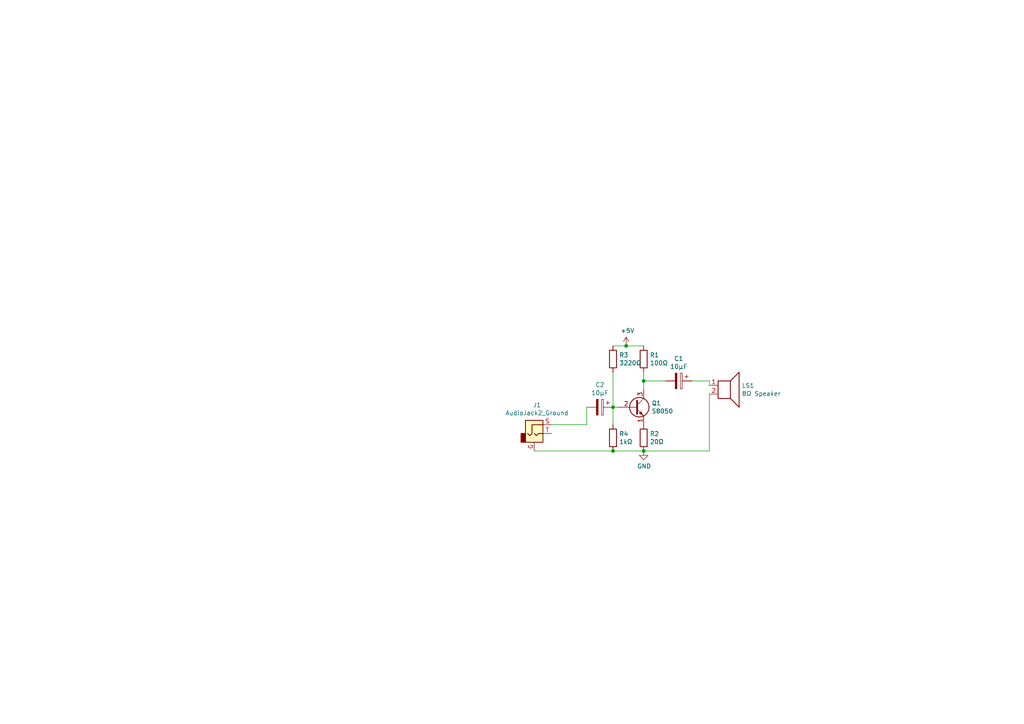
<source format=kicad_sch>
(kicad_sch (version 20211123) (generator eeschema)
  (paper "A4")
  (lib_symbols
    (symbol "Connector:AudioJack2_Ground"
      (property "Reference" "J" (at 0 8.89 0))
      (property "Value" "AudioJack2_Ground" (at 0 6.35 0))
      (symbol "AudioJack2_Ground_0_1"
        (rectangle (start -2.54 -2.54) (end -3.81 0) (stroke (width 0.254)) (fill (type outline)))
        (polyline (pts (xy 0 0) (xy 0.635 -0.635) (xy 1.27 0) (xy 2.54 0)) (stroke (width 0.254)))
        (polyline (pts (xy 2.54 2.54) (xy -0.635 2.54) (xy -0.635 0) (xy -1.27 -0.635) (xy -1.905 0)) (stroke (width 0.254)))
        (rectangle (start 2.54 3.81) (end -2.54 -2.54) (stroke (width 0.254)) (fill (type background)))
      )
      (symbol "AudioJack2_Ground_1_1"
        (pin passive line (at 0 -5.08 90) (length 2.54) (name "~") (number "G"))
        (pin passive line (at 5.08 2.54 180) (length 2.54) (name "~") (number "S"))
        (pin passive line (at 5.08 0 180) (length 2.54) (name "~") (number "T"))
      )
    )
    (symbol "Device:CP" (pin_numbers hide) (pin_names (offset 0.254))
      (property "Reference" "C" (at 0.635 2.54 0))
      (property "Value" "Device_CP" (at 0.635 -2.54 0))
      (symbol "CP_0_1"
        (rectangle (start -2.286 0.508) (end 2.286 1.016))
        (polyline (pts (xy -1.778 2.286) (xy -0.762 2.286)))
        (polyline (pts (xy -1.27 2.794) (xy -1.27 1.778)))
        (rectangle (start 2.286 -0.508) (end -2.286 -1.016) (fill (type outline)))
      )
      (symbol "CP_1_1"
        (pin passive line (at 0 3.81 270) (length 2.794) (name "~") (number "1"))
        (pin passive line (at 0 -3.81 90) (length 2.794) (name "~") (number "2"))
      )
    )
    (symbol "Device:R" (pin_numbers hide) (pin_names (offset 0))
      (property "Reference" "R" (at 2.032 0 90))
      (property "Value" "R" (at 0 0 90))
      (symbol "R_0_1"
        (rectangle (start -1.016 -2.54) (end 1.016 2.54) (stroke (width 0.254)))
      )
      (symbol "R_1_1"
        (pin passive line (at 0 3.81 270) (length 1.27) (name "~") (number "1"))
        (pin passive line (at 0 -3.81 90) (length 1.27) (name "~") (number "2"))
      )
    )
    (symbol "Device:Speaker" (pin_names (offset 0) hide)
      (property "Reference" "LS" (at 1.27 5.715 0))
      (property "Value" "Speaker" (at 1.27 3.81 0))
      (symbol "Speaker_0_0"
        (rectangle (start -2.54 1.27) (end 1.016 -3.81) (stroke (width 0.254)))
        (polyline (pts (xy 1.016 1.27) (xy 3.556 3.81) (xy 3.556 -6.35) (xy 1.016 -3.81)) (stroke (width 0.254)))
      )
      (symbol "Speaker_1_1"
        (pin input line (at -5.08 0 0) (length 2.54) (name "1") (number "1"))
        (pin input line (at -5.08 -2.54 0) (length 2.54) (name "2") (number "2"))
      )
    )
    (symbol "Transistor_BJT:S8050" (pin_names (offset 0) hide)
      (property "Reference" "Q" (at 5.08 1.905 0))
      (property "Value" "S8050" (at 5.08 0 0))
      (symbol "S8050_0_1"
        (polyline (pts (xy 0 0) (xy 0.635 0)))
        (polyline (pts (xy 0.635 0.635) (xy 2.54 2.54)))
        (polyline (pts (xy 0.635 -0.635) (xy 2.54 -2.54) (xy 2.54 -2.54)))
        (polyline (pts (xy 0.635 1.905) (xy 0.635 -1.905) (xy 0.635 -1.905)) (stroke (width 0.508)))
        (polyline (pts (xy 1.27 -1.778) (xy 1.778 -1.27) (xy 2.286 -2.286) (xy 1.27 -1.778) (xy 1.27 -1.778)) (fill (type outline)))
        (circle (center 1.27 0) (radius 2.8194) (stroke (width 0.254)))
      )
      (symbol "S8050_1_1"
        (pin passive line (at 2.54 -5.08 90) (length 2.54) (name "E") (number "1"))
        (pin input line (at -5.08 0 0) (length 5.08) (name "B") (number "2"))
        (pin passive line (at 2.54 5.08 270) (length 2.54) (name "C") (number "3"))
      )
    )
    (symbol "power:+5V" (power) (pin_names (offset 0))
      (property "Value" "+5V" (at 0 3.556 0))
      (symbol "+5V_0_1"
        (polyline (pts (xy -0.762 1.27) (xy 0 2.54)))
        (polyline (pts (xy 0 0) (xy 0 2.54)))
        (polyline (pts (xy 0 2.54) (xy 0.762 1.27)))
      )
      (symbol "+5V_1_1"
        (pin power_in line (at 0 0 90) (length 0) hide (name "+5V") (number "1"))
      )
    )
    (symbol "power:GND" (power) (pin_names (offset 0))
      (property "Value" "GND" (at 0 -3.81 0))
      (symbol "GND_0_1"
        (polyline (pts (xy 0 0) (xy 0 -1.27) (xy 1.27 -1.27) (xy 0 -2.54) (xy -1.27 -1.27) (xy 0 -1.27)))
      )
      (symbol "GND_1_1"
        (pin power_in line (at 0 0 270) (length 0) hide (name "GND") (number "1"))
      )
    )
  )
  (junction (at 186.69 130.81))
  (junction (at 181.61 100.33))
  (junction (at 177.8 118.11))
  (junction (at 186.69 110.49))
  (junction (at 177.8 130.81))
  (wire (pts (xy 205.74 110.49) (xy 205.74 111.76)))
  (wire (pts (xy 186.69 110.49) (xy 186.69 113.03)))
  (wire (pts (xy 186.69 107.95) (xy 186.69 110.49)))
  (wire (pts (xy 177.8 130.81) (xy 154.94 130.81)))
  (wire (pts (xy 177.8 118.11) (xy 179.07 118.11)))
  (wire (pts (xy 186.69 130.81) (xy 205.74 130.81)))
  (wire (pts (xy 205.74 130.81) (xy 205.74 114.3)))
  (wire (pts (xy 177.8 107.95) (xy 177.8 118.11)))
  (wire (pts (xy 177.8 118.11) (xy 177.8 123.19)))
  (wire (pts (xy 186.69 100.33) (xy 181.61 100.33)))
  (wire (pts (xy 200.66 110.49) (xy 205.74 110.49)))
  (wire (pts (xy 181.61 100.33) (xy 177.8 100.33)))
  (wire (pts (xy 193.04 110.49) (xy 186.69 110.49)))
  (wire (pts (xy 186.69 130.81) (xy 177.8 130.81)))
  (wire (pts (xy 160.02 123.19) (xy 170.18 123.19)))
  (wire (pts (xy 170.18 123.19) (xy 170.18 118.11)))
  (symbol (lib_id "Device:R") (at 177.8 104.14 0) (unit 1)
    (property "Reference" "R3" (at 179.578 102.9716 0) (effects (justify left)))
    (property "Value" "3220Ω" (at 179.578 105.283 0) (effects (justify left)))
  )
  (symbol (lib_id "Device:R") (at 186.69 104.14 0) (unit 1)
    (property "Reference" "R1" (at 188.468 102.9716 0) (effects (justify left)))
    (property "Value" "100Ω" (at 188.468 105.283 0) (effects (justify left)))
  )
  (symbol (lib_id "Device:R") (at 177.8 127 0) (unit 1)
    (property "Reference" "R4" (at 179.578 125.8316 0) (effects (justify left)))
    (property "Value" "1kΩ" (at 179.578 128.143 0) (effects (justify left)))
  )
  (symbol (lib_id "Device:R") (at 186.69 127 0) (unit 1)
    (property "Reference" "R2" (at 188.468 125.8316 0) (effects (justify left)))
    (property "Value" "20Ω" (at 188.468 128.143 0) (effects (justify left)))
  )
  (symbol (lib_id "Transistor_BJT:S8050") (at 184.15 118.11 0) (unit 1)
    (property "Reference" "Q1" (at 188.976 116.9416 0) (effects (justify left)))
    (property "Value" "S8050" (at 188.976 119.253 0) (effects (justify left)))
    (property "Footprint" "Package_TO_SOT_THT:TO-92_Inline" (effects hide))
    (property "Datasheet" "http://www.unisonic.com.tw/datasheet/S8050.pdf" (effects hide))
  )
  (symbol (lib_id "Device:Speaker") (at 210.82 111.76 0) (unit 1)
    (property "Reference" "LS1" (at 215.138 111.8616 0) (effects (justify left)))
    (property "Value" "8Ω Speaker" (at 215.138 114.173 0) (effects (justify left)))
  )
  (symbol (lib_id "Connector:AudioJack2_Ground") (at 154.94 125.73 0) (unit 1)
    (property "Reference" "J1" (at 155.7528 117.475 0))
    (property "Value" "AudioJack2_Ground" (at 155.7528 119.7864 0))
  )
  (symbol (lib_id "Device:CP") (at 196.85 110.49 270) (unit 1)
    (property "Reference" "C1" (at 196.85 104.013 90))
    (property "Value" "10μF" (at 196.85 106.3244 90))
  )
  (symbol (lib_id "Device:CP") (at 173.99 118.11 270) (unit 1)
    (property "Reference" "C2" (at 173.99 111.633 90))
    (property "Value" "10μF" (at 173.99 113.9444 90))
  )
  (symbol (lib_id "power:GND") (at 186.69 130.81 0) (unit 1)
    (property "Reference" "#PWR?" (effects hide))
    (property "Value" "GND" (at 186.817 135.2042 0))
  )
  (symbol (lib_id "power:+5V") (at 181.61 100.33 0) (unit 1)
    (property "Reference" "#PWR?" (effects hide))
    (property "Value" "+5V" (at 181.991 95.9358 0))
  )
)
</source>
